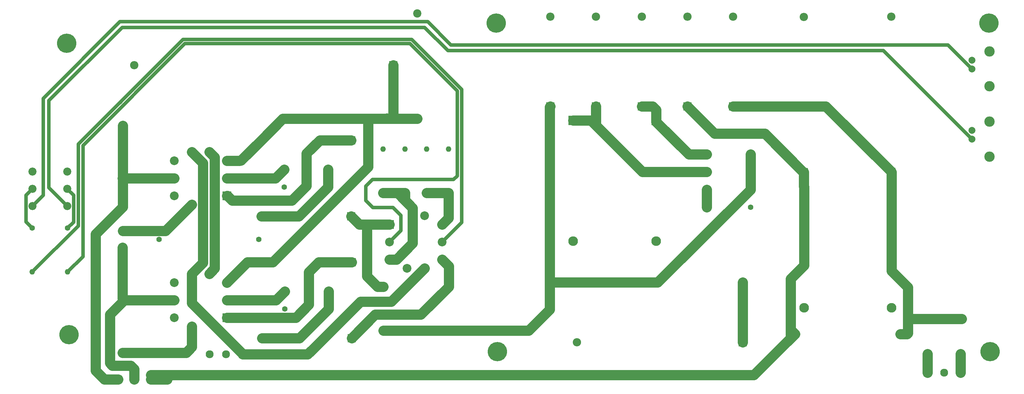
<source format=gbr>
%TF.GenerationSoftware,KiCad,Pcbnew,(6.0.0)*%
%TF.CreationDate,2022-08-03T23:08:04+01:00*%
%TF.ProjectId,Decware SE84,44656377-6172-4652-9053-4538342e6b69,rev?*%
%TF.SameCoordinates,Original*%
%TF.FileFunction,Copper,L1,Top*%
%TF.FilePolarity,Positive*%
%FSLAX46Y46*%
G04 Gerber Fmt 4.6, Leading zero omitted, Abs format (unit mm)*
G04 Created by KiCad (PCBNEW (6.0.0)) date 2022-08-03 23:08:04*
%MOMM*%
%LPD*%
G01*
G04 APERTURE LIST*
G04 Aperture macros list*
%AMRoundRect*
0 Rectangle with rounded corners*
0 $1 Rounding radius*
0 $2 $3 $4 $5 $6 $7 $8 $9 X,Y pos of 4 corners*
0 Add a 4 corners polygon primitive as box body*
4,1,4,$2,$3,$4,$5,$6,$7,$8,$9,$2,$3,0*
0 Add four circle primitives for the rounded corners*
1,1,$1+$1,$2,$3*
1,1,$1+$1,$4,$5*
1,1,$1+$1,$6,$7*
1,1,$1+$1,$8,$9*
0 Add four rect primitives between the rounded corners*
20,1,$1+$1,$2,$3,$4,$5,0*
20,1,$1+$1,$4,$5,$6,$7,0*
20,1,$1+$1,$6,$7,$8,$9,0*
20,1,$1+$1,$8,$9,$2,$3,0*%
G04 Aperture macros list end*
%TA.AperFunction,ComponentPad*%
%ADD10C,1.600000*%
%TD*%
%TA.AperFunction,ComponentPad*%
%ADD11O,1.600000X1.600000*%
%TD*%
%TA.AperFunction,ComponentPad*%
%ADD12R,2.400000X2.400000*%
%TD*%
%TA.AperFunction,ComponentPad*%
%ADD13O,2.400000X2.400000*%
%TD*%
%TA.AperFunction,ComponentPad*%
%ADD14C,2.340000*%
%TD*%
%TA.AperFunction,ComponentPad*%
%ADD15C,2.400000*%
%TD*%
%TA.AperFunction,ComponentPad*%
%ADD16R,2.200000X2.200000*%
%TD*%
%TA.AperFunction,ComponentPad*%
%ADD17O,2.200000X2.200000*%
%TD*%
%TA.AperFunction,ComponentPad*%
%ADD18C,5.600000*%
%TD*%
%TA.AperFunction,ComponentPad*%
%ADD19RoundRect,0.250001X0.899999X0.899999X-0.899999X0.899999X-0.899999X-0.899999X0.899999X-0.899999X0*%
%TD*%
%TA.AperFunction,ComponentPad*%
%ADD20R,2.800000X2.800000*%
%TD*%
%TA.AperFunction,ComponentPad*%
%ADD21O,2.800000X2.800000*%
%TD*%
%TA.AperFunction,ComponentPad*%
%ADD22RoundRect,0.250001X-0.899999X-0.899999X0.899999X-0.899999X0.899999X0.899999X-0.899999X0.899999X0*%
%TD*%
%TA.AperFunction,ComponentPad*%
%ADD23C,2.300000*%
%TD*%
%TA.AperFunction,ComponentPad*%
%ADD24C,2.000000*%
%TD*%
%TA.AperFunction,ComponentPad*%
%ADD25C,3.000000*%
%TD*%
%TA.AperFunction,ComponentPad*%
%ADD26R,2.540000X2.540000*%
%TD*%
%TA.AperFunction,ComponentPad*%
%ADD27C,2.540000*%
%TD*%
%TA.AperFunction,Conductor*%
%ADD28C,1.000000*%
%TD*%
%TA.AperFunction,Conductor*%
%ADD29C,3.000000*%
%TD*%
%TA.AperFunction,Conductor*%
%ADD30C,0.250000*%
%TD*%
G04 APERTURE END LIST*
D10*
%TO.P,R17,1*%
%TO.N,P1*%
X217530000Y-100408060D03*
D11*
%TO.P,R17,2*%
%TO.N,Net-(C12-Pad1)*%
X204830000Y-100408060D03*
%TD*%
D10*
%TO.P,R15,1*%
%TO.N,GND*%
X82503437Y-104754771D03*
D11*
%TO.P,R15,2*%
%TO.N,Net-(C10-Pad2)*%
X95203437Y-104754771D03*
%TD*%
D12*
%TO.P,C6,1*%
%TO.N,P2*%
X199237590Y-81379178D03*
D13*
%TO.P,C6,2*%
%TO.N,GND*%
X199237590Y-55379178D03*
%TD*%
D14*
%TO.P,RV1,1,1*%
%TO.N,GND*%
X9635283Y-100245000D03*
%TO.P,RV1,2,2*%
%TO.N,Net-(R2-Pad1)*%
X9635283Y-105245000D03*
%TO.P,RV1,3,3*%
%TO.N,Net-(J2-Pad1)*%
X9635283Y-110245000D03*
%TO.P,RV1,4,4*%
%TO.N,GND*%
X19635283Y-100245000D03*
%TO.P,RV1,5,5*%
%TO.N,Net-(R3-Pad1)*%
X19635283Y-105245000D03*
%TO.P,RV1,6,6*%
%TO.N,Net-(J3-Pad1)*%
X19635283Y-110245000D03*
%TD*%
D15*
%TO.P,R20,1*%
%TO.N,GND*%
X121060000Y-54500000D03*
D13*
%TO.P,R20,2*%
%TO.N,Net-(C13-Pad2)*%
X121060000Y-84980000D03*
%TD*%
D12*
%TO.P,C16,1*%
%TO.N,Net-(C13-Pad2)*%
X114085871Y-69450000D03*
D13*
%TO.P,C16,2*%
%TO.N,GND*%
X39085871Y-69450000D03*
%TD*%
D16*
%TO.P,D2,1,K*%
%TO.N,Net-(C1-Pad1)*%
X268770000Y-142990000D03*
D17*
%TO.P,D2,2,A*%
%TO.N,Net-(D2-Pad2)*%
X268770000Y-153150000D03*
%TD*%
D12*
%TO.P,C13,1*%
%TO.N,Net-(C13-Pad1)*%
X102033437Y-126490022D03*
D13*
%TO.P,C13,2*%
%TO.N,Net-(C13-Pad2)*%
X76033437Y-126490022D03*
%TD*%
D10*
%TO.P,R12,1*%
%TO.N,GND*%
X217530000Y-110583030D03*
D11*
%TO.P,R12,2*%
%TO.N,Net-(R11-Pad1)*%
X204830000Y-110583030D03*
%TD*%
D18*
%TO.P,J6,1,Pin_1*%
%TO.N,N/C*%
X19500000Y-63120850D03*
%TD*%
D10*
%TO.P,R2,1*%
%TO.N,Net-(R2-Pad1)*%
X9550000Y-116640406D03*
D11*
%TO.P,R2,2*%
%TO.N,Net-(R2-Pad2)*%
X9550000Y-129340406D03*
%TD*%
D18*
%TO.P,J6,1,Pin_1*%
%TO.N,N/C*%
X20220000Y-147550000D03*
%TD*%
D19*
%TO.P,Out Right,1,Pin_1*%
%TO.N,Net-(J5-Pad1)*%
X34400000Y-160494809D03*
%TD*%
D10*
%TO.P,R4,1*%
%TO.N,Net-(R4-Pad1)*%
X117442883Y-106440022D03*
D11*
%TO.P,R4,2*%
%TO.N,GND*%
X117442883Y-93740022D03*
%TD*%
D20*
%TO.P,C5,1*%
%TO.N,P2*%
X233057590Y-104721267D03*
D21*
%TO.P,C5,2*%
%TO.N,GND*%
X233057590Y-139721267D03*
%TD*%
D12*
%TO.P,C8,1*%
%TO.N,P1*%
X167220000Y-132387484D03*
D13*
%TO.P,C8,2*%
%TO.N,Net-(C8-Pad2)*%
X215220000Y-132387484D03*
%TD*%
D15*
%TO.P,R1,1*%
%TO.N,Net-(C1-Pad1)*%
X260854078Y-147320000D03*
D13*
%TO.P,R1,2*%
%TO.N,P2*%
X230374078Y-147320000D03*
%TD*%
D12*
%TO.P,C15,1*%
%TO.N,Net-(C15-Pad1)*%
X101853437Y-91194771D03*
D13*
%TO.P,C15,2*%
%TO.N,Net-(C13-Pad2)*%
X75853437Y-91194771D03*
%TD*%
D22*
%TO.P,300-0-300VAC,1,Pin_1*%
%TO.N,Net-(D2-Pad2)*%
X268770000Y-158567044D03*
D23*
%TO.P,300-0-300VAC,2,Pin_2*%
%TO.N,GND*%
X273570000Y-158567044D03*
%TO.P,300-0-300VAC,3,Pin_3*%
%TO.N,Net-(D1-Pad2)*%
X278370000Y-158567044D03*
%TD*%
D12*
%TO.P,C3,1*%
%TO.N,Net-(C1-Pad1)*%
X212467590Y-81379178D03*
D13*
%TO.P,C3,2*%
%TO.N,GND*%
X212467590Y-55379178D03*
%TD*%
D10*
%TO.P,R11,1*%
%TO.N,Net-(R11-Pad1)*%
X204830000Y-105495545D03*
D11*
%TO.P,R11,2*%
%TO.N,P1*%
X217530000Y-105495545D03*
%TD*%
D10*
%TO.P,R8,1*%
%TO.N,Net-(C11-Pad1)*%
X130146775Y-133632456D03*
D11*
%TO.P,R8,2*%
%TO.N,P1*%
X130146775Y-146332456D03*
%TD*%
D10*
%TO.P,R13,1*%
%TO.N,GND*%
X82683437Y-140050022D03*
D11*
%TO.P,R13,2*%
%TO.N,Net-(C11-Pad2)*%
X95383437Y-140050022D03*
%TD*%
D20*
%TO.P,C18,1*%
%TO.N,Net-(C17-Pad1)*%
X190210000Y-85451802D03*
D21*
%TO.P,C18,2*%
%TO.N,GND*%
X190210000Y-120451802D03*
%TD*%
D12*
%TO.P,C10,1*%
%TO.N,Net-(C10-Pad1)*%
X101853437Y-113234771D03*
D13*
%TO.P,C10,2*%
%TO.N,Net-(C10-Pad2)*%
X75853437Y-113234771D03*
%TD*%
D10*
%TO.P,R9,1*%
%TO.N,Net-(R10-Pad1)*%
X123762045Y-106440022D03*
D11*
%TO.P,R9,2*%
%TO.N,GND*%
X123762045Y-93740022D03*
%TD*%
D12*
%TO.P,C17,1*%
%TO.N,Net-(C17-Pad1)*%
X186007590Y-81379178D03*
D13*
%TO.P,C17,2*%
%TO.N,GND*%
X186007590Y-55379178D03*
%TD*%
D18*
%TO.P,J6,1,Pin_1*%
%TO.N,N/C*%
X286530118Y-57291980D03*
%TD*%
D12*
%TO.P,C9,1*%
%TO.N,Net-(C8-Pad2)*%
X215220000Y-149749940D03*
D13*
%TO.P,C9,2*%
%TO.N,GND*%
X167220000Y-149749940D03*
%TD*%
D10*
%TO.P,R16,1*%
%TO.N,Net-(C10-Pad2)*%
X95203437Y-99674771D03*
D11*
%TO.P,R16,2*%
%TO.N,Net-(R16-Pad2)*%
X82503437Y-99674771D03*
%TD*%
D18*
%TO.P,J6,1,Pin_1*%
%TO.N,N/C*%
X144190000Y-152465728D03*
%TD*%
D19*
%TO.P,Out Left,1,Pin_1*%
%TO.N,Net-(J4-Pad1)*%
X39052500Y-160464809D03*
%TD*%
%TO.P,6.3 VAC,1,Pin_1*%
%TO.N,H2*%
X70490000Y-153240000D03*
D23*
%TO.P,6.3 VAC,2,Pin_2*%
%TO.N,unconnected-(J8-Pad2)*%
X65690000Y-153240000D03*
%TO.P,6.3 VAC,3,Pin_3*%
%TO.N,H1*%
X60890000Y-153240000D03*
%TD*%
D18*
%TO.P,J6,1,Pin_1*%
%TO.N,N/C*%
X143850000Y-57291980D03*
%TD*%
D10*
%TO.P,R22,1*%
%TO.N,GND*%
X75090000Y-119960000D03*
D11*
%TO.P,R22,2*%
%TO.N,H1*%
X62390000Y-119960000D03*
%TD*%
D24*
%TO.P,J2,1,In*%
%TO.N,Net-(J2-Pad1)*%
X281592163Y-70523978D03*
D25*
%TO.P,J2,2,Ext*%
%TO.N,GND*%
X286692163Y-65473978D03*
D24*
X281592163Y-68023978D03*
D25*
X286692163Y-75573978D03*
%TD*%
D22*
%TO.P,Out Common,1,Pin_1*%
%TO.N,P2*%
X43850000Y-160442844D03*
D23*
%TO.P,Out Common,2,Pin_2*%
X48650000Y-160442844D03*
%TD*%
D12*
%TO.P,C11,1*%
%TO.N,Net-(C11-Pad1)*%
X102033437Y-148530022D03*
D13*
%TO.P,C11,2*%
%TO.N,Net-(C11-Pad2)*%
X76033437Y-148530022D03*
%TD*%
D12*
%TO.P,C7,1*%
%TO.N,P1*%
X159547590Y-81379178D03*
D13*
%TO.P,C7,2*%
%TO.N,GND*%
X159547590Y-55379178D03*
%TD*%
D12*
%TO.P,C1,1*%
%TO.N,Net-(C1-Pad1)*%
X258267590Y-100379178D03*
D13*
%TO.P,C1,2*%
%TO.N,GND*%
X258267590Y-55379178D03*
%TD*%
D26*
%TO.P,U2,1,G3's*%
%TO.N,Net-(C13-Pad1)*%
X65903437Y-142590022D03*
D27*
%TO.P,U2,2,G1*%
%TO.N,Net-(R14-Pad2)*%
X65903437Y-137510022D03*
%TO.P,U2,3,K_G3*%
%TO.N,Net-(C13-Pad2)*%
X65903437Y-132430022D03*
%TO.P,U2,4,F1*%
%TO.N,H1*%
X60823437Y-129890022D03*
%TO.P,U2,5,F2*%
%TO.N,H2*%
X55743437Y-129890022D03*
%TO.P,U2,6*%
%TO.N,N/C*%
X50663437Y-132430022D03*
%TO.P,U2,7,A*%
%TO.N,Net-(J4-Pad1)*%
X50663437Y-137510022D03*
%TO.P,U2,8*%
%TO.N,N/C*%
X50663437Y-142590022D03*
%TO.P,U2,9,G2*%
%TO.N,Net-(R18-Pad1)*%
X55743437Y-145130022D03*
%TD*%
D20*
%TO.P,C2,1*%
%TO.N,Net-(C1-Pad1)*%
X258367590Y-104721267D03*
D21*
%TO.P,C2,2*%
%TO.N,GND*%
X258367590Y-139721267D03*
%TD*%
D20*
%TO.P,C12,1*%
%TO.N,Net-(C12-Pad1)*%
X166150000Y-85451802D03*
D21*
%TO.P,C12,2*%
%TO.N,GND*%
X166150000Y-120451802D03*
%TD*%
D24*
%TO.P,J3,1,In*%
%TO.N,Net-(J3-Pad1)*%
X281592163Y-90873978D03*
D25*
%TO.P,J3,2,Ext*%
%TO.N,GND*%
X286692163Y-85823978D03*
D24*
X281592163Y-88373978D03*
D25*
X286692163Y-95923978D03*
%TD*%
D10*
%TO.P,R10,1*%
%TO.N,Net-(R10-Pad1)*%
X130088991Y-106440022D03*
D11*
%TO.P,R10,2*%
%TO.N,GND*%
X130088991Y-93740022D03*
%TD*%
D26*
%TO.P,U1,1,A*%
%TO.N,Net-(C10-Pad1)*%
X112982464Y-115610022D03*
D27*
%TO.P,U1,2,G*%
%TO.N,Net-(R3-Pad2)*%
X112982464Y-120690022D03*
%TO.P,U1,3,K*%
%TO.N,Net-(R4-Pad1)*%
X112982464Y-125770022D03*
%TO.P,U1,4,F1*%
%TO.N,H1*%
X118062464Y-128310022D03*
%TO.P,U1,5,F2*%
%TO.N,H2*%
X123142464Y-128310022D03*
%TO.P,U1,6,A*%
%TO.N,Net-(C11-Pad1)*%
X128222464Y-125770022D03*
%TO.P,U1,7,G*%
%TO.N,Net-(R2-Pad2)*%
X128222464Y-120690022D03*
%TO.P,U1,8,K*%
%TO.N,Net-(R10-Pad1)*%
X128222464Y-115610022D03*
%TO.P,U1,9*%
%TO.N,N/C*%
X123142464Y-113070022D03*
%TD*%
D16*
%TO.P,D1,1,K*%
%TO.N,Net-(C1-Pad1)*%
X278370000Y-142990000D03*
D17*
%TO.P,D1,2,A*%
%TO.N,Net-(D1-Pad2)*%
X278370000Y-153150000D03*
%TD*%
D26*
%TO.P,U3,1,G3's*%
%TO.N,Net-(C15-Pad1)*%
X65903437Y-107294771D03*
D27*
%TO.P,U3,2,G1*%
%TO.N,Net-(R16-Pad2)*%
X65903437Y-102214771D03*
%TO.P,U3,3,K_G3*%
%TO.N,Net-(C13-Pad2)*%
X65903437Y-97134771D03*
%TO.P,U3,4,F1*%
%TO.N,H1*%
X60823437Y-94594771D03*
%TO.P,U3,5,F2*%
%TO.N,H2*%
X55743437Y-94594771D03*
%TO.P,U3,6*%
%TO.N,N/C*%
X50663437Y-97134771D03*
%TO.P,U3,7,A*%
%TO.N,Net-(J5-Pad1)*%
X50663437Y-102214771D03*
%TO.P,U3,8*%
%TO.N,N/C*%
X50663437Y-107294771D03*
%TO.P,U3,9,G2*%
%TO.N,Net-(R21-Pad1)*%
X55743437Y-109834771D03*
%TD*%
D10*
%TO.P,R6,1*%
%TO.N,Net-(R4-Pad1)*%
X111115937Y-106440022D03*
D11*
%TO.P,R6,2*%
%TO.N,GND*%
X111115937Y-93740022D03*
%TD*%
D12*
%TO.P,C14,1*%
%TO.N,Net-(C12-Pad1)*%
X172777590Y-81379178D03*
D13*
%TO.P,C14,2*%
%TO.N,GND*%
X172777590Y-55379178D03*
%TD*%
D10*
%TO.P,R23,1*%
%TO.N,GND*%
X46260000Y-119960000D03*
D11*
%TO.P,R23,2*%
%TO.N,H2*%
X58960000Y-119960000D03*
%TD*%
D12*
%TO.P,C4,1*%
%TO.N,P2*%
X232950566Y-100451634D03*
D13*
%TO.P,C4,2*%
%TO.N,GND*%
X232950566Y-55451634D03*
%TD*%
D18*
%TO.P,Chassis,1,Pin_1*%
%TO.N,GND*%
X286870000Y-152465728D03*
%TD*%
D15*
%TO.P,R18,1*%
%TO.N,Net-(R18-Pad1)*%
X35703437Y-152755022D03*
D13*
%TO.P,R18,2*%
%TO.N,Net-(J4-Pad1)*%
X35703437Y-122275022D03*
%TD*%
D15*
%TO.P,R7,1*%
%TO.N,P2*%
X159380874Y-159145000D03*
D13*
%TO.P,R7,2*%
%TO.N,P1*%
X159380874Y-128665000D03*
%TD*%
D15*
%TO.P,R21,1*%
%TO.N,Net-(R21-Pad1)*%
X35743437Y-117459771D03*
D13*
%TO.P,R21,2*%
%TO.N,Net-(J5-Pad1)*%
X35743437Y-86979771D03*
%TD*%
D10*
%TO.P,R14,1*%
%TO.N,Net-(C11-Pad2)*%
X95383437Y-134970022D03*
D11*
%TO.P,R14,2*%
%TO.N,Net-(R14-Pad2)*%
X82683437Y-134970022D03*
%TD*%
D10*
%TO.P,R3,1*%
%TO.N,Net-(R3-Pad1)*%
X19750000Y-116640406D03*
D11*
%TO.P,R3,2*%
%TO.N,Net-(R3-Pad2)*%
X19750000Y-129340406D03*
%TD*%
D10*
%TO.P,R5,1*%
%TO.N,Net-(C10-Pad1)*%
X111165937Y-133632456D03*
D11*
%TO.P,R5,2*%
%TO.N,P1*%
X111165937Y-146332456D03*
%TD*%
D10*
%TO.P,R19,1*%
%TO.N,P1*%
X217530000Y-95320574D03*
D11*
%TO.P,R19,2*%
%TO.N,Net-(C17-Pad1)*%
X204830000Y-95320574D03*
%TD*%
D28*
%TO.N,Net-(J2-Pad1)*%
X130790000Y-63580000D02*
X274648185Y-63580000D01*
X34949005Y-56859005D02*
X124069005Y-56859005D01*
X124069005Y-56859005D02*
X130790000Y-63580000D01*
X12734005Y-107146278D02*
X12734005Y-79074005D01*
X9635283Y-110245000D02*
X12734005Y-107146278D01*
X12734005Y-79074005D02*
X34949005Y-56859005D01*
X274648185Y-63580000D02*
X281592163Y-70523978D01*
%TO.N,Net-(J3-Pad1)*%
X255964093Y-65245907D02*
X281592163Y-90873978D01*
X129915907Y-65245907D02*
X255964093Y-65245907D01*
X123169005Y-58499005D02*
X129915907Y-65245907D01*
X14370000Y-104979717D02*
X14370000Y-79728010D01*
X35599005Y-58499005D02*
X123169005Y-58499005D01*
X19635283Y-110245000D02*
X14370000Y-104979717D01*
X14370000Y-79728010D02*
X35599005Y-58499005D01*
D29*
%TO.N,Net-(C1-Pad1)*%
X258367590Y-129067590D02*
X263100000Y-133800000D01*
X263940000Y-142990000D02*
X263100000Y-143830000D01*
X263100000Y-133800000D02*
X263100000Y-143830000D01*
X268770000Y-142990000D02*
X263940000Y-142990000D01*
X258267590Y-100379178D02*
X258267590Y-100317590D01*
X258367590Y-104721267D02*
X258367590Y-100479178D01*
X263100000Y-143830000D02*
X263100000Y-147080000D01*
X260854078Y-147320000D02*
X262860000Y-147320000D01*
X278630000Y-142990000D02*
X278370000Y-142990000D01*
X258367590Y-104721267D02*
X258367590Y-129067590D01*
X258267590Y-100317590D02*
X239329178Y-81379178D01*
X212467590Y-81379178D02*
X239329178Y-81379178D01*
X258321357Y-100432945D02*
X258267590Y-100379178D01*
X268770000Y-142990000D02*
X278370000Y-142990000D01*
X263100000Y-147080000D02*
X262860000Y-147320000D01*
X258367590Y-100479178D02*
X258267590Y-100379178D01*
D30*
%TO.N,P2*%
X53041025Y-159264063D02*
X53117544Y-159187544D01*
D29*
X232950566Y-100451634D02*
X232950566Y-104614243D01*
X232801634Y-100451634D02*
X221650000Y-89300000D01*
X58537544Y-159187544D02*
X43912456Y-159187544D01*
X233057590Y-104721267D02*
X233057590Y-127462410D01*
X230374078Y-147320000D02*
X229174078Y-146120000D01*
X230374078Y-147320000D02*
X227312039Y-150382039D01*
X218506534Y-159187544D02*
X227312039Y-150382039D01*
X229174078Y-142095922D02*
X229174078Y-148520000D01*
X43850000Y-160442844D02*
X48650000Y-160442844D01*
X233057590Y-127462410D02*
X229174078Y-131345922D01*
X229174078Y-142095922D02*
X229174078Y-131345922D01*
X229174078Y-148520000D02*
X227312039Y-150382039D01*
X229174078Y-146120000D02*
X229174078Y-142095922D01*
X43912456Y-159187544D02*
X43870000Y-159230000D01*
X232950566Y-100451634D02*
X232801634Y-100451634D01*
X58537544Y-159187544D02*
X218506534Y-159187544D01*
X232950566Y-104614243D02*
X233057590Y-104721267D01*
X53117544Y-159187544D02*
X58537544Y-159187544D01*
X221650000Y-89300000D02*
X207158412Y-89300000D01*
X207158412Y-89300000D02*
X199237590Y-81379178D01*
%TO.N,P1*%
X159380874Y-140229126D02*
X153277544Y-146332456D01*
X159380874Y-81545894D02*
X159547590Y-81379178D01*
X167220000Y-132387484D02*
X189782516Y-132387484D01*
X190638061Y-132387484D02*
X189782516Y-132387484D01*
X159947484Y-132387484D02*
X159380874Y-131820874D01*
X153277544Y-146332456D02*
X130146775Y-146332456D01*
X120352456Y-146332456D02*
X130146775Y-146332456D01*
X111165937Y-146332456D02*
X120352456Y-146332456D01*
X217530000Y-105495545D02*
X217530000Y-95320574D01*
X159380874Y-131820874D02*
X159380874Y-128665000D01*
X167220000Y-132387484D02*
X159947484Y-132387484D01*
X217530000Y-105495545D02*
X190638061Y-132387484D01*
X159380874Y-128665000D02*
X159380874Y-81545894D01*
X159380874Y-131820874D02*
X159380874Y-140229126D01*
%TO.N,Net-(C8-Pad2)*%
X215220000Y-132387484D02*
X215220000Y-149749940D01*
%TO.N,Net-(C10-Pad1)*%
X111165937Y-133632456D02*
X109518371Y-133632456D01*
X106465937Y-115950022D02*
X106805937Y-115610022D01*
X112982464Y-115610022D02*
X106805937Y-115610022D01*
X106465937Y-130580022D02*
X106465937Y-115950022D01*
X109518371Y-133632456D02*
X106465937Y-130580022D01*
X106805937Y-115610022D02*
X104228688Y-115610022D01*
X104228688Y-115610022D02*
X101853437Y-113234771D01*
%TO.N,Net-(C10-Pad2)*%
X95203437Y-99674771D02*
X95203437Y-104754771D01*
X86723437Y-113234771D02*
X95203437Y-104754771D01*
X75853437Y-113234771D02*
X86723437Y-113234771D01*
%TO.N,Net-(C11-Pad1)*%
X102033437Y-148530022D02*
X108853926Y-141709533D01*
X130146775Y-127694333D02*
X128222464Y-125770022D01*
X108853926Y-141709533D02*
X122069699Y-141709532D01*
X122069699Y-141709532D02*
X130146775Y-133632456D01*
X130146775Y-133632456D02*
X130146775Y-127694333D01*
%TO.N,Net-(C11-Pad2)*%
X76033437Y-148530022D02*
X86903437Y-148530022D01*
X95383437Y-134970022D02*
X95383437Y-140050022D01*
X86903437Y-148530022D02*
X95383437Y-140050022D01*
%TO.N,Net-(C12-Pad1)*%
X172777590Y-86932410D02*
X171296982Y-85451802D01*
X172098198Y-85451802D02*
X172777590Y-84772410D01*
X172777590Y-86932410D02*
X172777590Y-84772410D01*
X204830000Y-100408060D02*
X186253240Y-100408060D01*
X186253240Y-100408060D02*
X172777590Y-86932410D01*
X166150000Y-85451802D02*
X172098198Y-85451802D01*
X171296982Y-85451802D02*
X166150000Y-85451802D01*
X172777590Y-81379178D02*
X172777590Y-84772410D01*
%TO.N,Net-(C13-Pad1)*%
X92509978Y-126490022D02*
X102033437Y-126490022D01*
X89630000Y-129370000D02*
X92509978Y-126490022D01*
X89630000Y-138810000D02*
X89630000Y-129370000D01*
X65903437Y-142590022D02*
X85849978Y-142590022D01*
X85849978Y-142590022D02*
X89630000Y-138810000D01*
%TO.N,Net-(C13-Pad2)*%
X114520000Y-84980000D02*
X112330000Y-84980000D01*
X112330000Y-84980000D02*
X82068208Y-84980000D01*
X75853437Y-91194771D02*
X69998208Y-97050000D01*
X106770000Y-98900000D02*
X106770000Y-85700000D01*
X76033437Y-126490022D02*
X79179978Y-126490022D01*
X121060000Y-84980000D02*
X114520000Y-84980000D01*
X69998208Y-97050000D02*
X69610000Y-97050000D01*
X69610000Y-97050000D02*
X69525229Y-97134771D01*
X69525229Y-97134771D02*
X65903437Y-97134771D01*
X71843437Y-126490022D02*
X65903437Y-132430022D01*
X76033437Y-126490022D02*
X71843437Y-126490022D01*
X112231065Y-84881065D02*
X112330000Y-84980000D01*
X114085871Y-84545871D02*
X114520000Y-84980000D01*
X114085871Y-69450000D02*
X114085871Y-84545871D01*
X82068208Y-84980000D02*
X75853437Y-91194771D01*
X79179978Y-126490022D02*
X106770000Y-98900000D01*
X81348208Y-85700000D02*
X75853437Y-91194771D01*
%TO.N,Net-(C15-Pad1)*%
X66074771Y-107294771D02*
X67440000Y-108660000D01*
X92835229Y-91194771D02*
X101853437Y-91194771D01*
X84710000Y-108660000D02*
X88970000Y-104400000D01*
X88970000Y-104400000D02*
X88970000Y-95060000D01*
X67440000Y-108660000D02*
X84710000Y-108660000D01*
X88970000Y-95060000D02*
X92835229Y-91194771D01*
X65903437Y-107294771D02*
X66074771Y-107294771D01*
%TO.N,Net-(C17-Pad1)*%
X190210000Y-82430000D02*
X190210000Y-85451802D01*
X189159178Y-81379178D02*
X190210000Y-82430000D01*
X190210000Y-85451802D02*
X190210000Y-85861148D01*
X204830000Y-95320574D02*
X199669426Y-95320574D01*
X186007590Y-81379178D02*
X189159178Y-81379178D01*
X190210000Y-85861148D02*
X199669426Y-95320574D01*
%TO.N,Net-(D1-Pad2)*%
X278370000Y-153150000D02*
X278370000Y-158567044D01*
%TO.N,Net-(D2-Pad2)*%
X268770000Y-153150000D02*
X268770000Y-158567044D01*
%TO.N,Net-(J4-Pad1)*%
X38020000Y-156520000D02*
X39052500Y-157552500D01*
X32000000Y-155770000D02*
X32750000Y-156520000D01*
X36190022Y-137510022D02*
X35703437Y-137023437D01*
X35703437Y-122275022D02*
X35703437Y-137023437D01*
X32000000Y-148410000D02*
X32000000Y-141700044D01*
X32000000Y-141700044D02*
X36190022Y-137510022D01*
X32000000Y-144750000D02*
X32000000Y-148410000D01*
X39052500Y-157552500D02*
X39052500Y-160464809D01*
X32000000Y-148410000D02*
X32000000Y-155770000D01*
X32750000Y-156520000D02*
X38020000Y-156520000D01*
X50663437Y-137510022D02*
X36190022Y-137510022D01*
%TO.N,Net-(J5-Pad1)*%
X30454809Y-160494809D02*
X27875937Y-157915937D01*
X35743437Y-110546563D02*
X27875937Y-118414063D01*
X34400000Y-160494809D02*
X30454809Y-160494809D01*
X50663437Y-102214771D02*
X35705229Y-102214771D01*
X35743437Y-97813437D02*
X35743437Y-102176563D01*
X27875937Y-118414063D02*
X27875937Y-157915937D01*
X35743437Y-97813437D02*
X35743437Y-110546563D01*
X27875937Y-157915937D02*
X29190000Y-159230000D01*
X35743437Y-102176563D02*
X35705229Y-102214771D01*
X35743437Y-86979771D02*
X35743437Y-97813437D01*
%TO.N,H2*%
X70490000Y-153240000D02*
X70490000Y-153150000D01*
X89265958Y-153240000D02*
X90862979Y-151642979D01*
X55743437Y-129890022D02*
X55743437Y-135243437D01*
X70490000Y-153150000D02*
X55743437Y-138403437D01*
X70490000Y-153240000D02*
X89265958Y-153240000D01*
X104555937Y-137950022D02*
X113502464Y-137950022D01*
X55743437Y-94594771D02*
X58942947Y-97794281D01*
X58942947Y-126690512D02*
X55743437Y-129890022D01*
X58942947Y-97794281D02*
X58942947Y-126690512D01*
X90862979Y-151642979D02*
X104555937Y-137950022D01*
X55743437Y-138403437D02*
X55743437Y-129890022D01*
X113502464Y-137950022D02*
X123142464Y-128310022D01*
%TO.N,H1*%
X60823437Y-94594771D02*
X62385937Y-96157271D01*
X62385937Y-128327522D02*
X60823437Y-129890022D01*
X62385937Y-96157271D02*
X62385937Y-128327522D01*
D28*
%TO.N,Net-(R2-Pad1)*%
X9550000Y-116640406D02*
X7761544Y-114851950D01*
X7761544Y-114851950D02*
X7761544Y-107109917D01*
X7761544Y-107109917D02*
X9631055Y-105240406D01*
%TO.N,Net-(R2-Pad2)*%
X35711818Y-79551818D02*
X53233146Y-62030490D01*
X53233146Y-62030490D02*
X54683147Y-62030489D01*
X133880000Y-115032486D02*
X128222464Y-120690022D01*
X35711818Y-79551818D02*
X22900000Y-92363636D01*
X35711818Y-79551818D02*
X34896634Y-80367002D01*
X119400000Y-62030000D02*
X133880000Y-76510000D01*
X22900000Y-115990406D02*
X22900000Y-93770000D01*
X133880000Y-76510000D02*
X133880000Y-115032486D01*
X54683636Y-62030000D02*
X119400000Y-62030000D01*
X22900000Y-92363636D02*
X22900000Y-93770000D01*
X9550000Y-129340406D02*
X22900000Y-115990406D01*
X54683147Y-62030489D02*
X54683636Y-62030000D01*
%TO.N,Net-(R3-Pad1)*%
X21500566Y-107109917D02*
X19631055Y-105240406D01*
X21500566Y-114889840D02*
X21500566Y-107109917D01*
X19750000Y-116640406D02*
X21500566Y-114889840D01*
%TO.N,Net-(R3-Pad2)*%
X116315937Y-113004473D02*
X116315937Y-117356549D01*
X131560000Y-102600000D02*
X108051874Y-102600000D01*
X108170000Y-110660000D02*
X113971464Y-110660000D01*
X24210000Y-124880406D02*
X24210000Y-92750000D01*
X132580000Y-76906364D02*
X132580000Y-101580000D01*
X108051874Y-102600000D02*
X106135937Y-104515937D01*
X24210000Y-92750000D02*
X53730000Y-63230000D01*
X132580000Y-101580000D02*
X131560000Y-102600000D01*
X113971464Y-110660000D02*
X116315937Y-113004473D01*
X106135937Y-108625937D02*
X108170000Y-110660000D01*
X118903636Y-63230000D02*
X132580000Y-76906364D01*
X53730000Y-63230000D02*
X118903636Y-63230000D01*
X116315937Y-117356549D02*
X112982464Y-120690022D01*
X106135937Y-104515937D02*
X106135937Y-108625937D01*
X19750000Y-129340406D02*
X24210000Y-124880406D01*
D29*
%TO.N,Net-(R4-Pad1)*%
X112982464Y-125770022D02*
X114995937Y-125770022D01*
X117442883Y-106440022D02*
X112920022Y-106440022D01*
X115315937Y-106440022D02*
X112920022Y-106440022D01*
X112920022Y-106440022D02*
X111115937Y-106440022D01*
X119705937Y-110830022D02*
X119705937Y-121060022D01*
X117442883Y-106440022D02*
X117442883Y-108566968D01*
X117442883Y-108566968D02*
X119705937Y-110830022D01*
X119705937Y-110830022D02*
X115315937Y-106440022D01*
X114995937Y-125770022D02*
X119705937Y-121060022D01*
%TO.N,Net-(R10-Pad1)*%
X130088991Y-106440022D02*
X130088991Y-113743495D01*
X130088991Y-106440022D02*
X123762045Y-106440022D01*
X130088991Y-113743495D02*
X128222464Y-115610022D01*
%TO.N,Net-(R11-Pad1)*%
X204830000Y-105495545D02*
X204830000Y-110583030D01*
%TO.N,Net-(R14-Pad2)*%
X65903437Y-137510022D02*
X80143437Y-137510022D01*
X80143437Y-137510022D02*
X82683437Y-134970022D01*
%TO.N,Net-(R16-Pad2)*%
X82503437Y-99674771D02*
X79963437Y-102214771D01*
X79963437Y-102214771D02*
X65903437Y-102214771D01*
%TO.N,Net-(R18-Pad1)*%
X54104978Y-152755022D02*
X35703437Y-152755022D01*
X55743437Y-151116563D02*
X54104978Y-152755022D01*
X55743437Y-145130022D02*
X55743437Y-151116563D01*
%TO.N,Net-(R21-Pad1)*%
X35743437Y-117459771D02*
X48118437Y-117459771D01*
X48118437Y-117459771D02*
X55743437Y-109834771D01*
%TD*%
M02*

</source>
